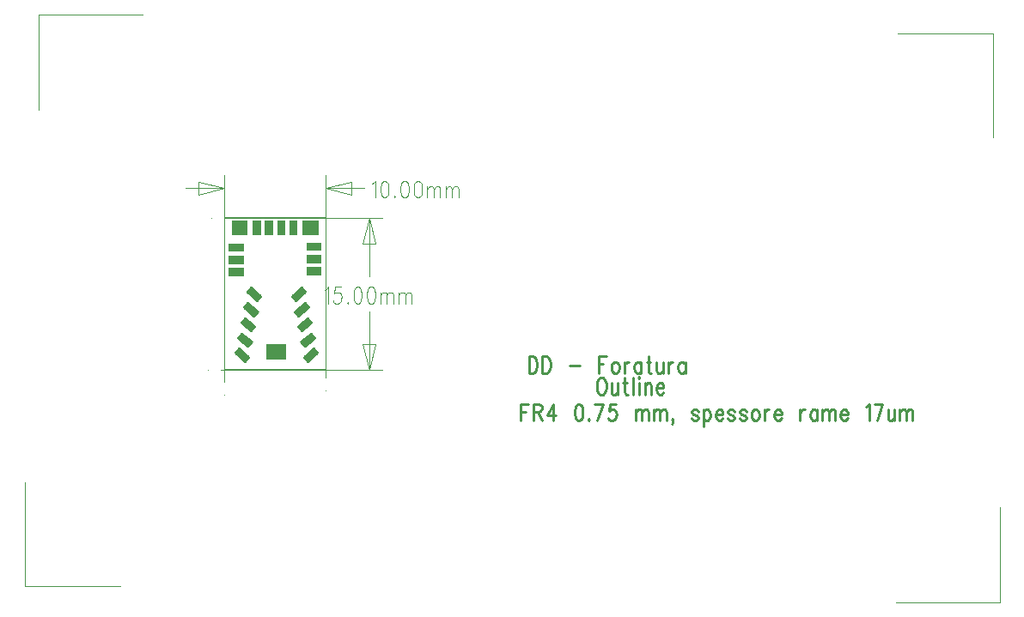
<source format=gbr>
*
*
G04 PADS Layout (Build Number 2008.43.1) generated Gerber (RS-274-X) file*
G04 PC Version=2.1*
*
%IN "P2007_0000_RBCS_RC_MAIS"*%
*
%MOIN*%
*
%FSLAX35Y35*%
*
*
*
*
G04 PC Standard Apertures*
*
*
G04 Thermal Relief Aperture macro.*
%AMTER*
1,1,$1,0,0*
1,0,$1-$2,0,0*
21,0,$3,$4,0,0,45*
21,0,$3,$4,0,0,135*
%
*
*
G04 Annular Aperture macro.*
%AMANN*
1,1,$1,0,0*
1,0,$2,0,0*
%
*
*
G04 Odd Aperture macro.*
%AMODD*
1,1,$1,0,0*
1,0,$1-0.005,0,0*
%
*
*
G04 PC Custom Aperture Macros*
*
*
*
*
*
*
G04 PC Aperture Table*
*
%ADD010C,0.01*%
%ADD040C,0.001*%
%ADD041C,0.00394*%
%ADD071R,0.05906X0.05906*%
%ADD155R,0.0315X0.0315*%
*
*
*
*
G04 PC Circuitry*
G04 Layer Name P2007_0000_RBCS_RC_MAIS - circuitry*
%LPD*%
*
*
G04 PC Custom Flashes*
G04 Layer Name P2007_0000_RBCS_RC_MAIS - flashes*
%LPD*%
*
*
G04 PC Circuitry*
G04 Layer Name P2007_0000_RBCS_RC_MAIS - circuitry*
%LPD*%
*
G54D10*
G01X402548Y423588D02*
X406306Y420435D01*
X407688Y422081*
X403930Y425235*
X402548Y423588*
X405989Y420701D02*
X406529D01*
X404797Y421701D02*
X407369D01*
X403606Y422701D02*
X406950D01*
X402643Y423701D02*
X405758D01*
X403482Y424701D02*
X404566D01*
X402701Y423460D02*
Y423770D01*
X403701Y422621D02*
Y424961D01*
X404701Y421782D02*
Y424588D01*
X405701Y420943D02*
Y423749D01*
X406701Y420905D02*
Y422910D01*
X423629Y425235D02*
X419871Y422081D01*
X421253Y420435*
X425011Y423588*
X423629Y425235*
X421030Y420701D02*
X421570D01*
X420191Y421701D02*
X422762D01*
X420609Y422701D02*
X423954D01*
X421801Y423701D02*
X424916D01*
X422993Y424701D02*
X424077D01*
X420701Y421093D02*
Y422778D01*
X421701Y420811D02*
Y423617D01*
X422701Y421650D02*
Y424456D01*
X423701Y422489D02*
Y425149D01*
X424701Y423328D02*
Y423957D01*
X401367Y417682D02*
X405125Y414529D01*
X406507Y416176*
X402749Y419329*
X401367Y417682*
X404921Y414701D02*
X405269D01*
X403729Y415701D02*
X406108D01*
X402537Y416701D02*
X405881D01*
X401383Y417701D02*
X404689D01*
X402222Y418701D02*
X403498D01*
X401701Y417402D02*
Y418080D01*
X402701Y416563D02*
Y419272D01*
X403701Y415724D02*
Y418530D01*
X404701Y414885D02*
Y417691D01*
X405701Y415215D02*
Y416852D01*
X424810Y419329D02*
X421052Y416176D01*
X422434Y414529*
X426192Y417682*
X424810Y419329*
X422290Y414701D02*
X422639D01*
X421451Y415701D02*
X423830D01*
X421678Y416701D02*
X425022D01*
X422870Y417701D02*
X426176D01*
X424061Y418701D02*
X425337D01*
X421701Y415403D02*
Y416720D01*
X422701Y414753D02*
Y417559D01*
X423701Y415592D02*
Y418398D01*
X424701Y416431D02*
Y419237D01*
X425701Y417270D02*
Y418268D01*
X400186Y411777D02*
X403944Y408624D01*
X405326Y410270*
X401568Y413424*
X400186Y411777*
X403852Y408701D02*
X404009D01*
X402660Y409701D02*
X404848D01*
X401469Y410701D02*
X404813D01*
X400277Y411701D02*
X403621D01*
X400961Y412701D02*
X402429D01*
X400701Y411345D02*
Y412390D01*
X401701Y410506D02*
Y413312D01*
X402701Y409667D02*
Y412473D01*
X403701Y408828D02*
Y411634D01*
X404701Y409526D02*
Y410795D01*
X425991Y413424D02*
X422233Y410270D01*
X423615Y408624*
X427373Y411777*
X425991Y413424*
X423550Y408701D02*
X423707D01*
X422711Y409701D02*
X424899D01*
X422746Y410701D02*
X426091D01*
X423938Y411701D02*
X427282D01*
X425130Y412701D02*
X426598D01*
X422701Y409713D02*
Y410663D01*
X423701Y408696D02*
Y411502D01*
X424701Y409535D02*
Y412341D01*
X425701Y410374D02*
Y413180D01*
X426701Y411213D02*
Y412578D01*
X399005Y405871D02*
X402763Y402718D01*
X404145Y404365*
X400387Y407518*
X399005Y405871*
X401592Y403701D02*
X403587D01*
X400400Y404701D02*
X403744D01*
X399208Y405701D02*
X402552D01*
X399701Y406701D02*
X401361D01*
X399701Y405288D02*
Y406701D01*
X400701Y404448D02*
Y407255D01*
X401701Y403609D02*
Y406415D01*
X402701Y402770D02*
Y405576D01*
X403701Y403836D02*
Y404737D01*
X427172Y407518D02*
X423414Y404365D01*
X424796Y402718*
X428554Y405871*
X427172Y407518*
X423972Y403701D02*
X425967D01*
X423815Y404701D02*
X427159D01*
X425007Y405701D02*
X428351D01*
X426198Y406701D02*
X427858D01*
X423701Y404024D02*
Y404605D01*
X424701Y402832D02*
Y405444D01*
X425701Y403477D02*
Y406283D01*
X426701Y404316D02*
Y407122D01*
X427701Y405155D02*
Y406888D01*
X397824Y399966D02*
X401582Y396813D01*
X402963Y398459*
X399206Y401613*
X397824Y399966*
X400523Y397701D02*
X402327D01*
X399332Y398701D02*
X402676D01*
X398140Y399701D02*
X401484D01*
X398441Y400701D02*
X400292D01*
X398701Y399230D02*
Y401011D01*
X399701Y398391D02*
Y401197D01*
X400701Y397552D02*
Y400358D01*
X401701Y396955D02*
Y399519D01*
X402701Y398146D02*
Y398680D01*
X428353Y401613D02*
X424596Y398459D01*
X425977Y396813*
X429735Y399966*
X428353Y401613*
X425232Y397701D02*
X427036D01*
X424883Y398701D02*
X428228D01*
X426075Y399701D02*
X429419D01*
X427267Y400701D02*
X429118D01*
X424701Y398334D02*
Y398548D01*
X425701Y397142D02*
Y399387D01*
X426701Y397420D02*
Y400226D01*
X427701Y398259D02*
Y401065D01*
X428701Y399098D02*
Y401199D01*
X429701Y399937D02*
Y400007D01*
X511811Y398688D02*
Y392126D01*
Y398688D02*
X513402D01*
X514084Y398376*
X514538Y397751*
X514766Y397126*
X514993Y396188*
Y394626*
X514766Y393688*
X514538Y393063*
X514084Y392438*
X513402Y392126*
X511811*
X517038Y398688D02*
Y392126D01*
Y398688D02*
X518629D01*
X519311Y398376*
X519766Y397751*
X519993Y397126*
X520220Y396188*
Y394626*
X519993Y393688*
X519766Y393063*
X519311Y392438*
X518629Y392126*
X517038*
X527493Y394938D02*
X531584D01*
X538856Y398688D02*
Y392126D01*
Y398688D02*
X541811D01*
X538856Y395563D02*
X540675D01*
X544993Y396501D02*
X544538Y396188D01*
X544084Y395563*
X543856Y394626*
Y394001*
X544084Y393063*
X544538Y392438*
X544993Y392126*
X545675*
X546129Y392438*
X546584Y393063*
X546811Y394001*
Y394626*
X546584Y395563*
X546129Y396188*
X545675Y396501*
X544993*
X548856D02*
Y392126D01*
Y394626D02*
X549084Y395563D01*
X549538Y396188*
X549993Y396501*
X550675*
X555447D02*
Y392126D01*
Y395563D02*
X554993Y396188D01*
X554538Y396501*
X553856*
X553402Y396188*
X552947Y395563*
X552720Y394626*
Y394001*
X552947Y393063*
X553402Y392438*
X553856Y392126*
X554538*
X554993Y392438*
X555447Y393063*
X558175Y398688D02*
Y393376D01*
X558402Y392438*
X558856Y392126*
X559311*
X557493Y396501D02*
X559084D01*
X561356D02*
Y393376D01*
X561584Y392438*
X562038Y392126*
X562720*
X563175Y392438*
X563856Y393376*
Y396501D02*
Y392126D01*
X565902Y396501D02*
Y392126D01*
Y394626D02*
X566129Y395563D01*
X566584Y396188*
X567038Y396501*
X567720*
X572493D02*
Y392126D01*
Y395563D02*
X572038Y396188D01*
X571584Y396501*
X570902*
X570447Y396188*
X569993Y395563*
X569766Y394626*
Y394001*
X569993Y393063*
X570447Y392438*
X570902Y392126*
X571584*
X572038Y392438*
X572493Y393063*
X508661Y380185D02*
Y373622D01*
Y380185D02*
X511616D01*
X508661Y377060D02*
X510480D01*
X513661Y380185D02*
Y373622D01*
Y380185D02*
X515707D01*
X516389Y379872*
X516616Y379560*
X516843Y378935*
Y378310*
X516616Y377685*
X516389Y377372*
X515707Y377060*
X513661*
X515252D02*
X516843Y373622D01*
X521161Y380185D02*
X518889Y375810D01*
X522298*
X521161Y380185D02*
Y373622D01*
X530934Y380185D02*
X530252Y379872D01*
X529798Y378935*
X529571Y377372*
Y376435*
X529798Y374872*
X530252Y373935*
X530934Y373622*
X531389*
X532071Y373935*
X532525Y374872*
X532752Y376435*
Y377372*
X532525Y378935*
X532071Y379872*
X531389Y380185*
X530934*
X535025Y374247D02*
X534798Y373935D01*
X535025Y373622*
X535252Y373935*
X535025Y374247*
X540480Y380185D02*
X538207Y373622D01*
X537298Y380185D02*
X540480D01*
X545480D02*
X543207D01*
X542980Y377372*
X543207Y377685*
X543889Y377997*
X544571*
X545252Y377685*
X545707Y377060*
X545934Y376122*
X545707Y375497*
X545480Y374560*
X545025Y373935*
X544343Y373622*
X543661*
X542980Y373935*
X542752Y374247*
X542525Y374872*
X553207Y377997D02*
Y373622D01*
Y376747D02*
X553889Y377685D01*
X554343Y377997*
X555025*
X555480Y377685*
X555707Y376747*
Y373622*
Y376747D02*
X556389Y377685D01*
X556843Y377997*
X557525*
X557980Y377685*
X558207Y376747*
Y373622*
X560252Y377997D02*
Y373622D01*
Y376747D02*
X560934Y377685D01*
X561389Y377997*
X562071*
X562525Y377685*
X562752Y376747*
Y373622*
Y376747D02*
X563434Y377685D01*
X563889Y377997*
X564571*
X565025Y377685*
X565252Y376747*
Y373622*
X567752Y373935D02*
X567525Y373622D01*
X567298Y373935*
X567525Y374247*
X567752Y373935*
Y373310*
X567525Y372685*
X567298Y372372*
X577525Y377060D02*
X577298Y377685D01*
X576616Y377997*
X575934*
X575252Y377685*
X575025Y377060*
X575252Y376435*
X575707Y376122*
X576843Y375810*
X577298Y375497*
X577525Y374872*
Y374560*
X577298Y373935*
X576616Y373622*
X575934*
X575252Y373935*
X575025Y374560*
X579571Y377997D02*
Y371435D01*
Y377060D02*
X580025Y377685D01*
X580480Y377997*
X581161*
X581616Y377685*
X582071Y377060*
X582298Y376122*
Y375497*
X582071Y374560*
X581616Y373935*
X581161Y373622*
X580480*
X580025Y373935*
X579571Y374560*
X584343Y376122D02*
X587071D01*
Y376747*
X586843Y377372*
X586616Y377685*
X586161Y377997*
X585480*
X585025Y377685*
X584571Y377060*
X584343Y376122*
Y375497*
X584571Y374560*
X585025Y373935*
X585480Y373622*
X586161*
X586616Y373935*
X587071Y374560*
X591616Y377060D02*
X591389Y377685D01*
X590707Y377997*
X590025*
X589343Y377685*
X589116Y377060*
X589343Y376435*
X589798Y376122*
X590934Y375810*
X591389Y375497*
X591616Y374872*
Y374560*
X591389Y373935*
X590707Y373622*
X590025*
X589343Y373935*
X589116Y374560*
X596161Y377060D02*
X595934Y377685D01*
X595252Y377997*
X594571*
X593889Y377685*
X593661Y377060*
X593889Y376435*
X594343Y376122*
X595480Y375810*
X595934Y375497*
X596161Y374872*
Y374560*
X595934Y373935*
X595252Y373622*
X594571*
X593889Y373935*
X593661Y374560*
X599343Y377997D02*
X598889Y377685D01*
X598434Y377060*
X598207Y376122*
Y375497*
X598434Y374560*
X598889Y373935*
X599343Y373622*
X600025*
X600480Y373935*
X600934Y374560*
X601161Y375497*
Y376122*
X600934Y377060*
X600480Y377685*
X600025Y377997*
X599343*
X603207D02*
Y373622D01*
Y376122D02*
X603434Y377060D01*
X603889Y377685*
X604343Y377997*
X605025*
X607071Y376122D02*
X609798D01*
Y376747*
X609571Y377372*
X609343Y377685*
X608889Y377997*
X608207*
X607752Y377685*
X607298Y377060*
X607071Y376122*
Y375497*
X607298Y374560*
X607752Y373935*
X608207Y373622*
X608889*
X609343Y373935*
X609798Y374560*
X617071Y377997D02*
Y373622D01*
Y376122D02*
X617298Y377060D01*
X617752Y377685*
X618207Y377997*
X618889*
X623661D02*
Y373622D01*
Y377060D02*
X623207Y377685D01*
X622752Y377997*
X622071*
X621616Y377685*
X621161Y377060*
X620934Y376122*
Y375497*
X621161Y374560*
X621616Y373935*
X622071Y373622*
X622752*
X623207Y373935*
X623661Y374560*
X625707Y377997D02*
Y373622D01*
Y376747D02*
X626389Y377685D01*
X626843Y377997*
X627525*
X627980Y377685*
X628207Y376747*
Y373622*
Y376747D02*
X628889Y377685D01*
X629343Y377997*
X630025*
X630480Y377685*
X630707Y376747*
Y373622*
X632752Y376122D02*
X635480D01*
Y376747*
X635252Y377372*
X635025Y377685*
X634571Y377997*
X633889*
X633434Y377685*
X632980Y377060*
X632752Y376122*
Y375497*
X632980Y374560*
X633434Y373935*
X633889Y373622*
X634571*
X635025Y373935*
X635480Y374560*
X642752Y378935D02*
X643207Y379247D01*
X643889Y380185*
Y373622*
X649116Y380185D02*
X646843Y373622D01*
X645934Y380185D02*
X649116D01*
X651161Y377997D02*
Y374872D01*
X651389Y373935*
X651843Y373622*
X652525*
X652980Y373935*
X653661Y374872*
Y377997D02*
Y373622D01*
X655707Y377997D02*
Y373622D01*
Y376747D02*
X656389Y377685D01*
X656843Y377997*
X657525*
X657980Y377685*
X658207Y376747*
Y373622*
Y376747D02*
X658889Y377685D01*
X659343Y377997*
X660025*
X660480Y377685*
X660707Y376747*
Y373622*
X539553Y390421D02*
X539098Y390108D01*
X538644Y389483*
X538416Y388858*
X538189Y387921*
Y386358*
X538416Y385421*
X538644Y384796*
X539098Y384171*
X539553Y383858*
X540462*
X540916Y384171*
X541371Y384796*
X541598Y385421*
X541825Y386358*
Y387921*
X541598Y388858*
X541371Y389483*
X540916Y390108*
X540462Y390421*
X539553*
X543871Y388233D02*
Y385108D01*
X544098Y384171*
X544553Y383858*
X545234*
X545689Y384171*
X546371Y385108*
Y388233D02*
Y383858D01*
X549098Y390421D02*
Y385108D01*
X549325Y384171*
X549780Y383858*
X550234*
X548416Y388233D02*
X550007D01*
X552280Y390421D02*
Y383858D01*
X554325Y390421D02*
X554553Y390108D01*
X554780Y390421*
X554553Y390733*
X554325Y390421*
X554553Y388233D02*
Y383858D01*
X556825Y388233D02*
Y383858D01*
Y386983D02*
X557507Y387921D01*
X557962Y388233*
X558644*
X559098Y387921*
X559325Y386983*
Y383858*
X561371Y386358D02*
X564098D01*
Y386983*
X563871Y387608*
X563644Y387921*
X563189Y388233*
X562507*
X562053Y387921*
X561598Y387296*
X561371Y386358*
Y385733*
X561598Y384796*
X562053Y384171*
X562507Y383858*
X563189*
X563644Y384171*
X564098Y384796*
G54D40*
X393701Y393701D02*
X433071D01*
Y452756*
X393701*
Y393701*
Y383858D02*
X393703D01*
X433071Y385433D02*
X433073D01*
X387192Y393383D02*
X387195D01*
X388644Y452444D02*
X388647D01*
X654331Y303150D02*
X694488D01*
Y340157*
X692126Y483858D02*
Y524016D01*
X655118*
X316142Y349606D02*
Y309449D01*
X353150*
X361811Y531496D02*
X321654D01*
Y494488*
G54D41*
X393701Y464035D02*
X378701D01*
X393701D02*
X383701Y461535D01*
Y466535*
X393701Y464035*
X433071D02*
X448071D01*
X433071D02*
X443071Y466535D01*
Y461535*
X433071Y464035*
X393701Y388858D02*
Y469035D01*
X433071Y390433D02*
Y469035D01*
X451071Y465598D02*
X451525Y465910D01*
X452207Y466848*
Y460285*
X455616Y466848D02*
X454935Y466535D01*
X454935D02*
X454480Y465598D01*
X454253Y464035*
Y463098*
X454480Y461535*
X454935Y460598*
X454935D02*
X455616Y460285D01*
X456071*
X456753Y460598*
X457207Y461535*
X457435Y463098*
X457435D02*
Y464035D01*
X457435D02*
X457207Y465598D01*
X456753Y466535*
X456071Y466848*
X455616*
X459707Y460910D02*
X459480Y460598D01*
X459707Y460285*
X459935Y460598*
X459935D02*
X459707Y460910D01*
X463344Y466848D02*
X462662Y466535D01*
X462207Y465598*
X461980Y464035*
Y463098*
X462207Y461535*
X462662Y460598*
X463344Y460285*
X463798*
X464480Y460598*
X464935Y461535*
X464935D02*
X465162Y463098D01*
Y464035*
X464935Y465598*
X464935D02*
X464480Y466535D01*
X463798Y466848*
X463344*
X468571D02*
X467889Y466535D01*
X467435Y465598*
X467435D02*
X467207Y464035D01*
Y463098*
X467435Y461535*
X467435D02*
X467889Y460598D01*
X468571Y460285*
X469025*
X469707Y460598*
X470162Y461535*
X470389Y463098*
Y464035*
X470162Y465598*
X469707Y466535*
X469025Y466848*
X468571*
X472435Y464660D02*
Y460285D01*
Y463410D02*
X473116Y464348D01*
X473571Y464660*
X474253*
X474707Y464348*
X474935Y463410*
X474935D02*
Y460285D01*
Y463410D02*
X475616Y464348D01*
X476071Y464660*
X476753*
X477207Y464348*
X477435Y463410*
X477435D02*
Y460285D01*
X479480Y464660D02*
Y460285D01*
Y463410D02*
X480162Y464348D01*
X480616Y464660*
X481298*
X481753Y464348*
X481980Y463410*
Y460285*
Y463410D02*
X482662Y464348D01*
X483116Y464660*
X483798*
X484253Y464348*
X484480Y463410*
Y460285*
X449950Y393383D02*
Y416163D01*
Y393383D02*
X447450Y403383D01*
X452450*
X449950Y393383*
Y452444D02*
Y429663D01*
Y452444D02*
X452450Y442444D01*
X447450*
X449950Y452444*
X392192Y393383D02*
X454950D01*
X393644Y452444D02*
X454950D01*
X432678Y424476D02*
X433132Y424788D01*
X433814Y425726*
Y419163*
X438814Y425726D02*
X436541D01*
X436314Y422913*
X436541Y423226*
X437223Y423538*
X437905*
X438587Y423226*
X439041Y422601*
X439269Y421663*
X439041Y421038*
X438814Y420101*
X438360Y419476*
X437678Y419163*
X436996*
X436314Y419476*
X436087Y419788*
X435860Y420413*
X441541Y419788D02*
X441314Y419476D01*
X441541Y419163*
X441769Y419476*
X441541Y419788*
X445178Y425726D02*
X444496Y425413D01*
X444041Y424476*
X443814Y422913*
Y421976*
X444041Y420413*
X444496Y419476*
X445178Y419163*
X445632*
X446314Y419476*
X446769Y420413*
X446996Y421976*
Y422913*
X446769Y424476*
X446314Y425413*
X445632Y425726*
X445178*
X450405D02*
X449723Y425413D01*
X449269Y424476*
X449041Y422913*
Y421976*
X449269Y420413*
X449723Y419476*
X450405Y419163*
X450860*
X451541Y419476*
X451996Y420413*
X452223Y421976*
Y422913*
X451996Y424476*
X451541Y425413*
X450860Y425726*
X450405*
X454269Y423538D02*
Y419163D01*
Y422288D02*
X454950Y423226D01*
X455405Y423538*
X456087*
X456541Y423226*
X456769Y422288*
Y419163*
Y422288D02*
X457450Y423226D01*
X457905Y423538*
X458587*
X459041Y423226*
X459269Y422288*
Y419163*
X461314Y423538D02*
Y419163D01*
Y422288D02*
X461996Y423226D01*
X462450Y423538*
X463132*
X463587Y423226*
X463814Y422288*
Y419163*
Y422288D02*
X464496Y423226D01*
X464950Y423538*
X465632*
X466087Y423226*
X466314Y422288*
Y419163*
G54D71*
X412795Y400394D02*
X414764D01*
X399813Y448599D02*
X399419D01*
X427372D02*
X426978D01*
G54D155*
X399705Y431399D02*
X396949D01*
X399705Y436124D02*
X396949D01*
X399705Y440848D02*
X396949D01*
X427110Y441170D02*
X429866D01*
X427110Y436446D02*
X429866D01*
X427110Y431722D02*
X429866D01*
X406309Y447221D02*
Y449977D01*
X411033Y447221D02*
Y449977D01*
X415758Y447221D02*
Y449977D01*
X420482Y447221D02*
Y449977D01*
X0Y0D02*
M02*

</source>
